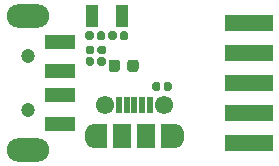
<source format=gbr>
%TF.GenerationSoftware,KiCad,Pcbnew,(5.1.6)-1*%
%TF.CreationDate,2020-09-29T18:05:28+08:00*%
%TF.ProjectId,stlink,73746c69-6e6b-42e6-9b69-6361645f7063,rev?*%
%TF.SameCoordinates,Original*%
%TF.FileFunction,Soldermask,Top*%
%TF.FilePolarity,Negative*%
%FSLAX46Y46*%
G04 Gerber Fmt 4.6, Leading zero omitted, Abs format (unit mm)*
G04 Created by KiCad (PCBNEW (5.1.6)-1) date 2020-09-29 18:05:28*
%MOMM*%
%LPD*%
G01*
G04 APERTURE LIST*
%ADD10R,1.300000X2.000000*%
%ADD11O,1.300000X2.000000*%
%ADD12R,1.600000X2.000000*%
%ADD13C,1.550000*%
%ADD14R,0.500000X1.450000*%
%ADD15R,1.100000X1.900000*%
%ADD16R,4.100000X1.370000*%
%ADD17C,1.200000*%
%ADD18O,3.600000X2.000000*%
%ADD19R,2.600000X1.200000*%
G04 APERTURE END LIST*
D10*
%TO.C,J1*%
X8100000Y-11437500D03*
X13900000Y-11437500D03*
D11*
X14500000Y-11437500D03*
X7500000Y-11437500D03*
D12*
X10000000Y-11437500D03*
D13*
X13500000Y-8737500D03*
D14*
X11000000Y-8737500D03*
X11650000Y-8737500D03*
X12300000Y-8737500D03*
X9700000Y-8737500D03*
X10350000Y-8737500D03*
D13*
X8500000Y-8737500D03*
D12*
X12000000Y-11437500D03*
%TD*%
D15*
%TO.C,Y1*%
X9940000Y-1230000D03*
X7440000Y-1230000D03*
%TD*%
%TO.C,R3*%
G36*
G01*
X13210000Y-7002500D02*
X13210000Y-7397500D01*
G75*
G02*
X13037500Y-7570000I-172500J0D01*
G01*
X12692500Y-7570000D01*
G75*
G02*
X12520000Y-7397500I0J172500D01*
G01*
X12520000Y-7002500D01*
G75*
G02*
X12692500Y-6830000I172500J0D01*
G01*
X13037500Y-6830000D01*
G75*
G02*
X13210000Y-7002500I0J-172500D01*
G01*
G37*
G36*
G01*
X14180000Y-7002500D02*
X14180000Y-7397500D01*
G75*
G02*
X14007500Y-7570000I-172500J0D01*
G01*
X13662500Y-7570000D01*
G75*
G02*
X13490000Y-7397500I0J172500D01*
G01*
X13490000Y-7002500D01*
G75*
G02*
X13662500Y-6830000I172500J0D01*
G01*
X14007500Y-6830000D01*
G75*
G02*
X14180000Y-7002500I0J-172500D01*
G01*
G37*
%TD*%
%TO.C,R2*%
G36*
G01*
X8052500Y-4740000D02*
X8447500Y-4740000D01*
G75*
G02*
X8620000Y-4912500I0J-172500D01*
G01*
X8620000Y-5257500D01*
G75*
G02*
X8447500Y-5430000I-172500J0D01*
G01*
X8052500Y-5430000D01*
G75*
G02*
X7880000Y-5257500I0J172500D01*
G01*
X7880000Y-4912500D01*
G75*
G02*
X8052500Y-4740000I172500J0D01*
G01*
G37*
G36*
G01*
X8052500Y-3770000D02*
X8447500Y-3770000D01*
G75*
G02*
X8620000Y-3942500I0J-172500D01*
G01*
X8620000Y-4287500D01*
G75*
G02*
X8447500Y-4460000I-172500J0D01*
G01*
X8052500Y-4460000D01*
G75*
G02*
X7880000Y-4287500I0J172500D01*
G01*
X7880000Y-3942500D01*
G75*
G02*
X8052500Y-3770000I172500J0D01*
G01*
G37*
%TD*%
%TO.C,R1*%
G36*
G01*
X7447500Y-4460000D02*
X7052500Y-4460000D01*
G75*
G02*
X6880000Y-4287500I0J172500D01*
G01*
X6880000Y-3942500D01*
G75*
G02*
X7052500Y-3770000I172500J0D01*
G01*
X7447500Y-3770000D01*
G75*
G02*
X7620000Y-3942500I0J-172500D01*
G01*
X7620000Y-4287500D01*
G75*
G02*
X7447500Y-4460000I-172500J0D01*
G01*
G37*
G36*
G01*
X7447500Y-5430000D02*
X7052500Y-5430000D01*
G75*
G02*
X6880000Y-5257500I0J172500D01*
G01*
X6880000Y-4912500D01*
G75*
G02*
X7052500Y-4740000I172500J0D01*
G01*
X7447500Y-4740000D01*
G75*
G02*
X7620000Y-4912500I0J-172500D01*
G01*
X7620000Y-5257500D01*
G75*
G02*
X7447500Y-5430000I-172500J0D01*
G01*
G37*
%TD*%
D16*
%TO.C,J3*%
X20700000Y-11980000D03*
X20700000Y-9440000D03*
X20700000Y-6900000D03*
X20700000Y-4360000D03*
X20700000Y-1820000D03*
%TD*%
D17*
%TO.C,J2*%
X2000000Y-4600000D03*
X2000000Y-9200000D03*
D18*
X2000000Y-1200000D03*
X2000000Y-12600000D03*
D19*
X4750000Y-3400000D03*
X4750000Y-10400000D03*
X4750000Y-5900000D03*
X4750000Y-7900000D03*
%TD*%
%TO.C,D1*%
G36*
G01*
X10400000Y-5731250D02*
X10400000Y-5168750D01*
G75*
G02*
X10643750Y-4925000I243750J0D01*
G01*
X11131250Y-4925000D01*
G75*
G02*
X11375000Y-5168750I0J-243750D01*
G01*
X11375000Y-5731250D01*
G75*
G02*
X11131250Y-5975000I-243750J0D01*
G01*
X10643750Y-5975000D01*
G75*
G02*
X10400000Y-5731250I0J243750D01*
G01*
G37*
G36*
G01*
X8825000Y-5731250D02*
X8825000Y-5168750D01*
G75*
G02*
X9068750Y-4925000I243750J0D01*
G01*
X9556250Y-4925000D01*
G75*
G02*
X9800000Y-5168750I0J-243750D01*
G01*
X9800000Y-5731250D01*
G75*
G02*
X9556250Y-5975000I-243750J0D01*
G01*
X9068750Y-5975000D01*
G75*
G02*
X8825000Y-5731250I0J243750D01*
G01*
G37*
%TD*%
%TO.C,C2*%
G36*
G01*
X9510000Y-2702500D02*
X9510000Y-3097500D01*
G75*
G02*
X9337500Y-3270000I-172500J0D01*
G01*
X8992500Y-3270000D01*
G75*
G02*
X8820000Y-3097500I0J172500D01*
G01*
X8820000Y-2702500D01*
G75*
G02*
X8992500Y-2530000I172500J0D01*
G01*
X9337500Y-2530000D01*
G75*
G02*
X9510000Y-2702500I0J-172500D01*
G01*
G37*
G36*
G01*
X10480000Y-2702500D02*
X10480000Y-3097500D01*
G75*
G02*
X10307500Y-3270000I-172500J0D01*
G01*
X9962500Y-3270000D01*
G75*
G02*
X9790000Y-3097500I0J172500D01*
G01*
X9790000Y-2702500D01*
G75*
G02*
X9962500Y-2530000I172500J0D01*
G01*
X10307500Y-2530000D01*
G75*
G02*
X10480000Y-2702500I0J-172500D01*
G01*
G37*
%TD*%
%TO.C,C1*%
G36*
G01*
X7840000Y-3097500D02*
X7840000Y-2702500D01*
G75*
G02*
X8012500Y-2530000I172500J0D01*
G01*
X8357500Y-2530000D01*
G75*
G02*
X8530000Y-2702500I0J-172500D01*
G01*
X8530000Y-3097500D01*
G75*
G02*
X8357500Y-3270000I-172500J0D01*
G01*
X8012500Y-3270000D01*
G75*
G02*
X7840000Y-3097500I0J172500D01*
G01*
G37*
G36*
G01*
X6870000Y-3097500D02*
X6870000Y-2702500D01*
G75*
G02*
X7042500Y-2530000I172500J0D01*
G01*
X7387500Y-2530000D01*
G75*
G02*
X7560000Y-2702500I0J-172500D01*
G01*
X7560000Y-3097500D01*
G75*
G02*
X7387500Y-3270000I-172500J0D01*
G01*
X7042500Y-3270000D01*
G75*
G02*
X6870000Y-3097500I0J172500D01*
G01*
G37*
%TD*%
M02*

</source>
